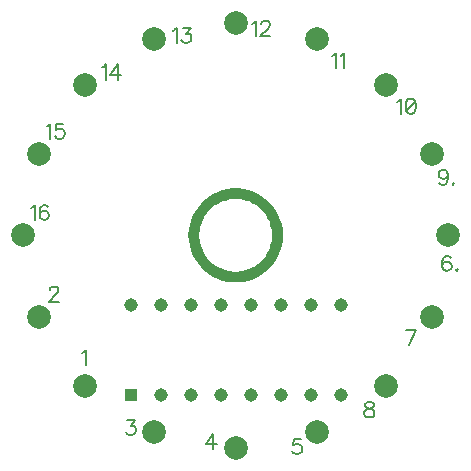
<source format=gbr>
G04 DipTrace 4.2.0.1*
G04 1 - Top.gbr*
%MOMM*%
G04 #@! TF.FileFunction,Copper,L1,Top*
G04 #@! TF.Part,Single*
G04 #@! TA.AperFunction,CopperBalancing*
%ADD15C,0.635*%
G04 #@! TA.AperFunction,ComponentPad*
%ADD16C,2.0*%
%ADD17R,1.14X1.14*%
%ADD18C,1.14*%
%ADD29C,0.19608*%
%FSLAX35Y35*%
G04*
G71*
G90*
G75*
G01*
G04 Top*
%LPD*%
X2801067Y3301700D2*
D15*
X2835033D1*
X3164967D2*
X3198933D1*
X2729793Y3238533D2*
X2750177D1*
X3249823D2*
X3270210D1*
X2756680Y2733200D2*
X2781533D1*
X3218470D2*
X3243323D1*
X2850377Y2670033D2*
X2908223D1*
X3091777D2*
X3149623D1*
X3340050Y2976683D2*
X3337667Y2953533D1*
X3333710Y2930600D1*
X3328197Y2907987D1*
X3321150Y2885803D1*
X3312610Y2864153D1*
X3302610Y2843137D1*
X3291200Y2822853D1*
X3278433Y2803393D1*
X3264367Y2784850D1*
X3249067Y2767313D1*
X3232607Y2750857D1*
X3215063Y2735563D1*
X3196517Y2721503D1*
X3177053Y2708743D1*
X3156763Y2697340D1*
X3135743Y2687347D1*
X3114093Y2678813D1*
X3091907Y2671773D1*
X3069293Y2666267D1*
X3046357Y2662317D1*
X3023207Y2659940D1*
X2999947Y2659150D1*
X2976683Y2659950D1*
X2953533Y2662333D1*
X2930600Y2666290D1*
X2907987Y2671803D1*
X2885803Y2678850D1*
X2864153Y2687390D1*
X2843137Y2697390D1*
X2822853Y2708800D1*
X2803393Y2721567D1*
X2784850Y2735633D1*
X2767313Y2750933D1*
X2750857Y2767393D1*
X2735563Y2784937D1*
X2721503Y2803483D1*
X2708743Y2822947D1*
X2697340Y2843237D1*
X2687347Y2864257D1*
X2678813Y2885907D1*
X2671773Y2908093D1*
X2666267Y2930707D1*
X2662317Y2953643D1*
X2659940Y2976793D1*
X2659150Y3000053D1*
X2659950Y3023317D1*
X2662333Y3046467D1*
X2666290Y3069400D1*
X2671803Y3092013D1*
X2678850Y3114197D1*
X2687390Y3135847D1*
X2697390Y3156863D1*
X2708800Y3177147D1*
X2721567Y3196607D1*
X2735633Y3215150D1*
X2750933Y3232687D1*
X2767393Y3249143D1*
X2784937Y3264437D1*
X2803483Y3278497D1*
X2822947Y3291257D1*
X2843237Y3302660D1*
X2864257Y3312653D1*
X2885907Y3321187D1*
X2908093Y3328227D1*
X2930707Y3333733D1*
X2953643Y3337683D1*
X2976793Y3340060D1*
X3000053Y3340850D1*
X3023317Y3340050D1*
X3046467Y3337667D1*
X3069400Y3333710D1*
X3092013Y3328197D1*
X3114197Y3321150D1*
X3135847Y3312610D1*
X3156863Y3302610D1*
X3177147Y3291200D1*
X3196607Y3278433D1*
X3215150Y3264367D1*
X3232687Y3249067D1*
X3249143Y3232607D1*
X3264437Y3215063D1*
X3278497Y3196517D1*
X3291257Y3177053D1*
X3302660Y3156763D1*
X3312653Y3135743D1*
X3321187Y3114093D1*
X3328227Y3091907D1*
X3333733Y3069293D1*
X3337683Y3046357D1*
X3340060Y3023207D1*
X3340850Y3000000D1*
X3340050Y2976683D1*
X3363013Y2957547D2*
X3365483Y2999977D1*
X3363013Y3042450D1*
X3355630Y3084307D1*
X3343437Y3125023D1*
X3326600Y3164050D1*
X3305347Y3200857D1*
X3279967Y3234947D1*
X3250797Y3265860D1*
X3218237Y3293177D1*
X3182723Y3316530D1*
X3144743Y3335603D1*
X3104803Y3350140D1*
X3063443Y3359937D1*
X3021273Y3364863D1*
X2978727Y3364867D1*
X2936513Y3359930D1*
X2895157Y3350127D1*
X2855220Y3335587D1*
X2817237Y3316510D1*
X2781730Y3293153D1*
X2749173Y3265830D1*
X2720007Y3234913D1*
X2694630Y3200820D1*
X2673380Y3164010D1*
X2656547Y3124983D1*
X2644360Y3084267D1*
X2636983Y3042410D1*
X2634513Y2999980D1*
X2636987Y2957547D1*
X2644370Y2915693D1*
X2656563Y2874977D1*
X2673400Y2835950D1*
X2694653Y2799143D1*
X2720033Y2765053D1*
X2749173Y2734173D1*
X2781763Y2706823D1*
X2817277Y2683470D1*
X2855257Y2664397D1*
X2895197Y2649860D1*
X2936557Y2640063D1*
X2978770Y2635130D1*
X3021273Y2635133D1*
X3063487Y2640070D1*
X3104843Y2649873D1*
X3144783Y2664413D1*
X3182763Y2683490D1*
X3218270Y2706847D1*
X3250827Y2734170D1*
X3279993Y2765087D1*
X3305370Y2799180D1*
X3326620Y2835990D1*
X3343453Y2875017D1*
X3355640Y2915733D1*
X3363017Y2957590D1*
D16*
X1200000Y3000000D3*
X1337000Y3688900D3*
X1727200Y4272700D3*
X2311100Y4662900D3*
X3000000Y4800000D3*
X3688800Y4662900D3*
X1337000Y2311200D3*
X1727200Y1727200D3*
X3000000Y1200000D3*
X3688800Y1337000D3*
X4272800Y1727200D3*
X4663000Y2311200D3*
X4800000Y3000000D3*
X4663000Y3688900D3*
X4272700Y4272800D3*
X2311200Y1337000D3*
D17*
X2111000Y1649000D3*
D18*
X2365000D3*
X2619000D3*
X2873000D3*
X3127000D3*
X3381000D3*
X3635000D3*
X3889000D3*
Y2411000D3*
X3635000D3*
X3381000D3*
X3127000D3*
X2873000D3*
X2619000D3*
X2365000D3*
X2111000D3*
X1699804Y2002498D2*
D29*
X1712017Y2008675D1*
X1730267Y2026785D1*
Y1899315D1*
X1425981Y2536461D2*
Y2542498D1*
X1432017Y2554711D1*
X1438054Y2560748D1*
X1450267Y2566785D1*
X1474554D1*
X1486627Y2560748D1*
X1492664Y2554711D1*
X1498840Y2542498D1*
Y2530425D1*
X1492664Y2518211D1*
X1480590Y2500102D1*
X1419804Y2439315D1*
X1504877D1*
X1269804Y3232498D2*
X1282017Y3238675D1*
X1300267Y3256785D1*
Y3129315D1*
X1412343Y3238675D2*
X1406306Y3250748D1*
X1388056Y3256785D1*
X1375983D1*
X1357733Y3250748D1*
X1345520Y3232498D1*
X1339483Y3202175D1*
Y3171852D1*
X1345520Y3147565D1*
X1357733Y3135352D1*
X1375983Y3129315D1*
X1382020D1*
X1400129Y3135352D1*
X1412343Y3147565D1*
X1418379Y3165815D1*
Y3171852D1*
X1412343Y3190102D1*
X1400129Y3202175D1*
X1382020Y3208211D1*
X1375983D1*
X1357733Y3202175D1*
X1345520Y3190102D1*
X1339483Y3171852D1*
X1399804Y3922498D2*
X1412017Y3928675D1*
X1430267Y3946785D1*
Y3819315D1*
X1542343Y3946785D2*
X1481697D1*
X1475660Y3892175D1*
X1481697Y3898211D1*
X1499947Y3904388D1*
X1518056D1*
X1536306Y3898211D1*
X1548520Y3886138D1*
X1554556Y3867888D1*
Y3855815D1*
X1548520Y3837565D1*
X1536306Y3825352D1*
X1518056Y3819315D1*
X1499947D1*
X1481697Y3825352D1*
X1475660Y3831529D1*
X1469483Y3843602D1*
X1869804Y4422498D2*
X1882017Y4428675D1*
X1900267Y4446785D1*
Y4319315D1*
X2000270D2*
Y4446785D1*
X1939483Y4361852D1*
X2030593D1*
X2469804Y4732498D2*
X2482017Y4738675D1*
X2500267Y4756785D1*
Y4629315D1*
X2551697Y4756785D2*
X2618379D1*
X2582020Y4708211D1*
X2600270D1*
X2612343Y4702175D1*
X2618379Y4696138D1*
X2624556Y4677888D1*
Y4665815D1*
X2618379Y4647565D1*
X2606306Y4635352D1*
X2588056Y4629315D1*
X2569806D1*
X2551697Y4635352D1*
X2545660Y4641529D1*
X2539483Y4653602D1*
X3139804Y4792498D2*
X3152017Y4798675D1*
X3170267Y4816785D1*
Y4689315D1*
X3215660Y4786461D2*
Y4792498D1*
X3221697Y4804711D1*
X3227733Y4810748D1*
X3239947Y4816785D1*
X3264233D1*
X3276306Y4810748D1*
X3282343Y4804711D1*
X3288520Y4792498D1*
Y4780425D1*
X3282343Y4768211D1*
X3270270Y4750102D1*
X3209483Y4689315D1*
X3294556D1*
X3819804Y4522498D2*
X3832017Y4528675D1*
X3850267Y4546785D1*
Y4419315D1*
X3889483Y4522498D2*
X3901697Y4528675D1*
X3919947Y4546785D1*
Y4419315D1*
X4369804Y4132498D2*
X4382017Y4138675D1*
X4400267Y4156785D1*
Y4029315D1*
X4475983Y4156785D2*
X4457733Y4150748D1*
X4445520Y4132498D1*
X4439483Y4102175D1*
Y4083925D1*
X4445520Y4053602D1*
X4457733Y4035352D1*
X4475983Y4029315D1*
X4488056D1*
X4506306Y4035352D1*
X4518379Y4053602D1*
X4524556Y4083925D1*
Y4102175D1*
X4518379Y4132498D1*
X4506306Y4150748D1*
X4488056Y4156785D1*
X4475983D1*
X4518379Y4132498D2*
X4445520Y4053602D1*
X4798840Y3514388D2*
X4792664Y3496138D1*
X4780590Y3483925D1*
X4762340Y3477888D1*
X4756304D1*
X4738054Y3483925D1*
X4725981Y3496138D1*
X4719804Y3514388D1*
Y3520425D1*
X4725981Y3538675D1*
X4738054Y3550748D1*
X4756304Y3556785D1*
X4762340D1*
X4780590Y3550748D1*
X4792664Y3538675D1*
X4798840Y3514388D1*
Y3483925D1*
X4792664Y3453602D1*
X4780590Y3435352D1*
X4762340Y3429315D1*
X4750267D1*
X4732017Y3435352D1*
X4725981Y3447565D1*
X4844093Y3441529D2*
X4838056Y3435352D1*
X4844093Y3429315D1*
X4850270Y3435352D1*
X4844093Y3441529D1*
X4822664Y2808675D2*
X4816627Y2820748D1*
X4798377Y2826785D1*
X4786304D1*
X4768054Y2820748D1*
X4755840Y2802498D1*
X4749804Y2772175D1*
Y2741852D1*
X4755840Y2717565D1*
X4768054Y2705352D1*
X4786304Y2699315D1*
X4792340D1*
X4810450Y2705352D1*
X4822664Y2717565D1*
X4828700Y2735815D1*
Y2741852D1*
X4822664Y2760102D1*
X4810450Y2772175D1*
X4792340Y2778211D1*
X4786304D1*
X4768054Y2772175D1*
X4755840Y2760102D1*
X4749804Y2741852D1*
X4873952Y2711529D2*
X4867916Y2705352D1*
X4873952Y2699315D1*
X4880129Y2705352D1*
X4873952Y2711529D1*
X4464090Y2069315D2*
X4524877Y2196785D1*
X4439804D1*
X4120127Y1586785D2*
X4102017Y1580748D1*
X4095840Y1568675D1*
Y1556461D1*
X4102017Y1544388D1*
X4114090Y1538211D1*
X4138377Y1532175D1*
X4156627Y1526138D1*
X4168700Y1513925D1*
X4174737Y1501852D1*
Y1483602D1*
X4168700Y1471529D1*
X4162664Y1465352D1*
X4144414Y1459315D1*
X4120127D1*
X4102017Y1465352D1*
X4095840Y1471529D1*
X4089804Y1483602D1*
Y1501852D1*
X4095840Y1513925D1*
X4108054Y1526138D1*
X4126164Y1532175D1*
X4150450Y1538211D1*
X4162664Y1544388D1*
X4168700Y1556461D1*
Y1568675D1*
X4162664Y1580748D1*
X4144414Y1586785D1*
X4120127D1*
X3552664Y1276785D2*
X3492017D1*
X3485981Y1222175D1*
X3492017Y1228211D1*
X3510267Y1234388D1*
X3528377D1*
X3546627Y1228211D1*
X3558840Y1216138D1*
X3564877Y1197888D1*
Y1185815D1*
X3558840Y1167565D1*
X3546627Y1155352D1*
X3528377Y1149315D1*
X3510267D1*
X3492017Y1155352D1*
X3485981Y1161529D1*
X3479804Y1173602D1*
X2810590Y1189315D2*
Y1316785D1*
X2749804Y1231852D1*
X2840914D1*
X2082017Y1436785D2*
X2148700D1*
X2112340Y1388211D1*
X2130590D1*
X2142664Y1382175D1*
X2148700Y1376138D1*
X2154877Y1357888D1*
Y1345815D1*
X2148700Y1327565D1*
X2136627Y1315352D1*
X2118377Y1309315D1*
X2100127D1*
X2082017Y1315352D1*
X2075981Y1321529D1*
X2069804Y1333602D1*
M02*

</source>
